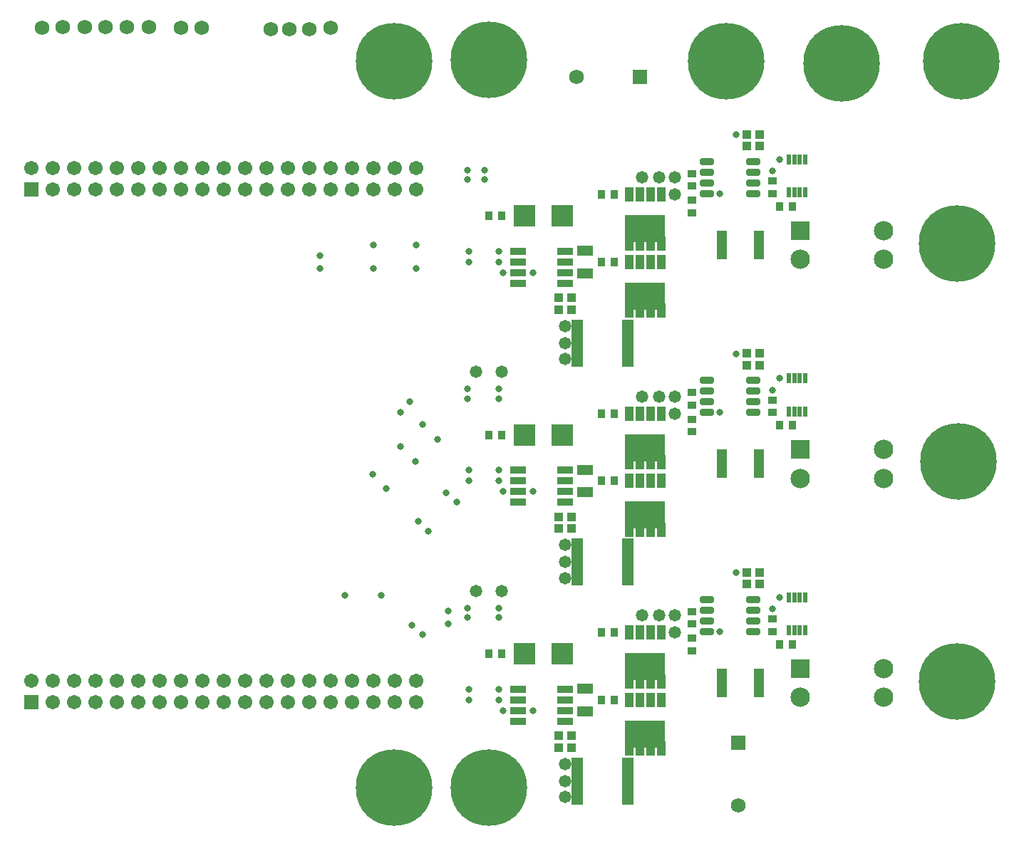
<source format=gts>
G04*
G04 #@! TF.GenerationSoftware,Altium Limited,Altium Designer,19.1.7 (138)*
G04*
G04 Layer_Color=8388736*
%FSLAX25Y25*%
%MOIN*%
G70*
G01*
G75*
%ADD15R,0.03556X0.04343*%
%ADD16R,0.03950X0.07099*%
%ADD17R,0.18800X0.12611*%
%ADD18R,0.07690X0.03359*%
%ADD19R,0.09855X0.09855*%
%ADD20R,0.07493X0.05131*%
%ADD21R,0.04343X0.03950*%
%ADD22R,0.05328X0.22453*%
%ADD23R,0.02178X0.04698*%
G04:AMPARAMS|DCode=24|XSize=31.62mil|YSize=65.09mil|CornerRadius=6.01mil|HoleSize=0mil|Usage=FLASHONLY|Rotation=90.000|XOffset=0mil|YOffset=0mil|HoleType=Round|Shape=RoundedRectangle|*
%AMROUNDEDRECTD24*
21,1,0.03162,0.05307,0,0,90.0*
21,1,0.01961,0.06509,0,0,90.0*
1,1,0.01202,0.02653,0.00980*
1,1,0.01202,0.02653,-0.00980*
1,1,0.01202,-0.02653,-0.00980*
1,1,0.01202,-0.02653,0.00980*
%
%ADD24ROUNDEDRECTD24*%
%ADD25R,0.04343X0.03556*%
%ADD26R,0.04737X0.13398*%
%ADD27C,0.06800*%
%ADD28R,0.06800X0.06800*%
%ADD29R,0.06800X0.06800*%
%ADD30C,0.06706*%
%ADD31R,0.06706X0.06706*%
%ADD32C,0.09068*%
%ADD33R,0.09068X0.09068*%
%ADD34C,0.35800*%
%ADD35C,0.03200*%
%ADD36C,0.05800*%
D15*
X379547Y300500D02*
D03*
X385453D02*
D03*
X379547Y269000D02*
D03*
X385453D02*
D03*
X327047Y290500D02*
D03*
X332953D02*
D03*
X463047Y295000D02*
D03*
X468953D02*
D03*
X385453Y403000D02*
D03*
X379547D02*
D03*
X385453Y371500D02*
D03*
X379547D02*
D03*
X332953Y393000D02*
D03*
X327047D02*
D03*
X463047Y397500D02*
D03*
X468953D02*
D03*
Y192500D02*
D03*
X463047D02*
D03*
X379547Y166500D02*
D03*
X385453D02*
D03*
X379547Y198000D02*
D03*
X385453D02*
D03*
X327047Y188000D02*
D03*
X332953D02*
D03*
D16*
X407500Y300500D02*
D03*
X402500D02*
D03*
X397500D02*
D03*
X392500D02*
D03*
X407500Y277665D02*
D03*
X402500D02*
D03*
X397500D02*
D03*
X392500D02*
D03*
X407500Y269000D02*
D03*
X402500D02*
D03*
X397500D02*
D03*
X392500D02*
D03*
X407500Y246165D02*
D03*
X402500D02*
D03*
X397500D02*
D03*
X392500D02*
D03*
Y380165D02*
D03*
X397500D02*
D03*
X402500D02*
D03*
X407500D02*
D03*
X392500Y403000D02*
D03*
X397500D02*
D03*
X402500D02*
D03*
X407500D02*
D03*
X392500Y348665D02*
D03*
X397500D02*
D03*
X402500D02*
D03*
X407500D02*
D03*
X392500Y371500D02*
D03*
X397500D02*
D03*
X402500D02*
D03*
X407500D02*
D03*
Y166500D02*
D03*
X402500D02*
D03*
X397500D02*
D03*
X392500D02*
D03*
X407500Y143665D02*
D03*
X402500D02*
D03*
X397500D02*
D03*
X392500D02*
D03*
X407500Y198000D02*
D03*
X402500D02*
D03*
X397500D02*
D03*
X392500D02*
D03*
X407500Y175165D02*
D03*
X402500D02*
D03*
X397500D02*
D03*
X392500D02*
D03*
D17*
X400000Y284500D02*
D03*
Y253000D02*
D03*
Y387000D02*
D03*
Y355500D02*
D03*
Y150500D02*
D03*
Y182000D02*
D03*
D18*
X340453Y274000D02*
D03*
Y269000D02*
D03*
Y264000D02*
D03*
Y259000D02*
D03*
X362500Y274000D02*
D03*
Y269000D02*
D03*
Y264000D02*
D03*
Y259000D02*
D03*
Y361500D02*
D03*
Y366500D02*
D03*
Y371500D02*
D03*
Y376500D02*
D03*
X340453Y361500D02*
D03*
Y366500D02*
D03*
Y371500D02*
D03*
Y376500D02*
D03*
Y171500D02*
D03*
Y166500D02*
D03*
Y161500D02*
D03*
Y156500D02*
D03*
X362500Y171500D02*
D03*
Y166500D02*
D03*
Y161500D02*
D03*
Y156500D02*
D03*
D19*
X361358Y290500D02*
D03*
X343642D02*
D03*
Y393000D02*
D03*
X361358D02*
D03*
Y188000D02*
D03*
X343642D02*
D03*
D20*
X372000Y274315D02*
D03*
Y263685D02*
D03*
Y366185D02*
D03*
Y376815D02*
D03*
Y171815D02*
D03*
Y161185D02*
D03*
D21*
X359500Y252256D02*
D03*
Y246744D02*
D03*
X365500Y252256D02*
D03*
Y246744D02*
D03*
X453500Y328756D02*
D03*
Y323244D02*
D03*
X447500Y328756D02*
D03*
Y323244D02*
D03*
X359500Y349244D02*
D03*
Y354756D02*
D03*
X365500Y349244D02*
D03*
Y354756D02*
D03*
X453500Y431256D02*
D03*
Y425744D02*
D03*
X447500Y431256D02*
D03*
Y425744D02*
D03*
Y220744D02*
D03*
Y226256D02*
D03*
X453500Y220744D02*
D03*
Y226256D02*
D03*
X365500Y149756D02*
D03*
Y144244D02*
D03*
X359500Y149756D02*
D03*
Y144244D02*
D03*
D22*
X368091Y231000D02*
D03*
X391910D02*
D03*
X368091Y333500D02*
D03*
X391910D02*
D03*
Y128500D02*
D03*
X368091D02*
D03*
D23*
X467213Y301500D02*
D03*
X469772D02*
D03*
X472331D02*
D03*
X474890D02*
D03*
X467213Y317051D02*
D03*
X469772D02*
D03*
X472331D02*
D03*
X474890D02*
D03*
X467213Y404000D02*
D03*
X469772D02*
D03*
X472331D02*
D03*
X474890D02*
D03*
X467213Y419551D02*
D03*
X469772D02*
D03*
X472331D02*
D03*
X474890D02*
D03*
Y214551D02*
D03*
X472331D02*
D03*
X469772D02*
D03*
X467213D02*
D03*
X474890Y199000D02*
D03*
X472331D02*
D03*
X469772D02*
D03*
X467213D02*
D03*
D24*
X429043Y316000D02*
D03*
Y311000D02*
D03*
Y306000D02*
D03*
Y301000D02*
D03*
X450500Y316000D02*
D03*
Y311000D02*
D03*
Y306000D02*
D03*
Y301000D02*
D03*
X429043Y418500D02*
D03*
Y413500D02*
D03*
Y408500D02*
D03*
Y403500D02*
D03*
X450500Y418500D02*
D03*
Y413500D02*
D03*
Y408500D02*
D03*
Y403500D02*
D03*
Y198500D02*
D03*
Y203500D02*
D03*
Y208500D02*
D03*
Y213500D02*
D03*
X429043Y198500D02*
D03*
Y203500D02*
D03*
Y208500D02*
D03*
Y213500D02*
D03*
D25*
X422000Y304547D02*
D03*
Y310453D02*
D03*
Y292047D02*
D03*
Y297953D02*
D03*
X459500Y301047D02*
D03*
Y306953D02*
D03*
X422000Y407047D02*
D03*
Y412953D02*
D03*
Y394547D02*
D03*
Y400453D02*
D03*
X459500Y403547D02*
D03*
Y409453D02*
D03*
Y204453D02*
D03*
Y198547D02*
D03*
X422000Y207953D02*
D03*
Y202047D02*
D03*
Y195453D02*
D03*
Y189547D02*
D03*
D26*
X435839Y277000D02*
D03*
X453161D02*
D03*
X435839Y379500D02*
D03*
X453161D02*
D03*
Y174500D02*
D03*
X435839D02*
D03*
D27*
X443500Y117000D02*
D03*
X368000Y458000D02*
D03*
X225000Y480500D02*
D03*
X233500D02*
D03*
X192500Y481000D02*
D03*
X157500Y481500D02*
D03*
X147500D02*
D03*
X127500D02*
D03*
X253000Y481000D02*
D03*
X243000Y480500D02*
D03*
X183000Y481000D02*
D03*
X168000Y481500D02*
D03*
X138000D02*
D03*
X118000Y481000D02*
D03*
D28*
X443500Y146500D02*
D03*
D29*
X397500Y458000D02*
D03*
D30*
X293000Y415500D02*
D03*
Y405500D02*
D03*
X283000Y415500D02*
D03*
Y405500D02*
D03*
X273000Y415500D02*
D03*
Y405500D02*
D03*
X263000Y415500D02*
D03*
Y405500D02*
D03*
X253000Y415500D02*
D03*
Y405500D02*
D03*
X243000Y415500D02*
D03*
Y405500D02*
D03*
X233000Y415500D02*
D03*
Y405500D02*
D03*
X223000Y415500D02*
D03*
Y405500D02*
D03*
X213000Y415500D02*
D03*
Y405500D02*
D03*
X203000Y415500D02*
D03*
Y405500D02*
D03*
X193000Y415500D02*
D03*
Y405500D02*
D03*
X183000Y415500D02*
D03*
Y405500D02*
D03*
X173000Y415500D02*
D03*
Y405500D02*
D03*
X163000Y415500D02*
D03*
Y405500D02*
D03*
X153000Y415500D02*
D03*
Y405500D02*
D03*
X143000Y415500D02*
D03*
Y405500D02*
D03*
X133000Y415500D02*
D03*
Y405500D02*
D03*
X123000Y415500D02*
D03*
Y405500D02*
D03*
X113000Y415500D02*
D03*
X293000Y175500D02*
D03*
Y165500D02*
D03*
X283000Y175500D02*
D03*
Y165500D02*
D03*
X273000Y175500D02*
D03*
Y165500D02*
D03*
X263000Y175500D02*
D03*
Y165500D02*
D03*
X253000Y175500D02*
D03*
Y165500D02*
D03*
X243000Y175500D02*
D03*
Y165500D02*
D03*
X233000Y175500D02*
D03*
Y165500D02*
D03*
X223000Y175500D02*
D03*
Y165500D02*
D03*
X213000Y175500D02*
D03*
Y165500D02*
D03*
X203000Y175500D02*
D03*
Y165500D02*
D03*
X193000Y175500D02*
D03*
Y165500D02*
D03*
X183000Y175500D02*
D03*
Y165500D02*
D03*
X173000Y175500D02*
D03*
Y165500D02*
D03*
X163000Y175500D02*
D03*
Y165500D02*
D03*
X153000Y175500D02*
D03*
Y165500D02*
D03*
X143000Y175500D02*
D03*
Y165500D02*
D03*
X133000Y175500D02*
D03*
Y165500D02*
D03*
X123000Y175500D02*
D03*
Y165500D02*
D03*
X113000Y175500D02*
D03*
D31*
Y405500D02*
D03*
Y165500D02*
D03*
D32*
X472512Y270307D02*
D03*
X511488D02*
D03*
Y283693D02*
D03*
X472512Y372807D02*
D03*
X511488D02*
D03*
Y386193D02*
D03*
Y181193D02*
D03*
Y167807D02*
D03*
X472512D02*
D03*
D33*
Y283693D02*
D03*
Y386193D02*
D03*
Y181193D02*
D03*
D34*
X438000Y465500D02*
D03*
X282500Y125500D02*
D03*
X327000Y466000D02*
D03*
Y125500D02*
D03*
X282500Y465500D02*
D03*
X546000Y380000D02*
D03*
X492000Y464500D02*
D03*
X548000Y465500D02*
D03*
X546000Y175000D02*
D03*
X546500Y278000D02*
D03*
D35*
X325000Y410000D02*
D03*
Y414500D02*
D03*
X293000Y379500D02*
D03*
Y368500D02*
D03*
X290000Y306000D02*
D03*
X285500Y301000D02*
D03*
Y285000D02*
D03*
X292500Y278000D02*
D03*
X307000Y263500D02*
D03*
X312000Y259000D02*
D03*
X259500Y215500D02*
D03*
X276500D02*
D03*
X294000Y250000D02*
D03*
X291000Y201500D02*
D03*
X296000Y197000D02*
D03*
X308000Y202000D02*
D03*
Y208000D02*
D03*
X298500Y245500D02*
D03*
X317000Y205000D02*
D03*
Y209500D02*
D03*
X279000Y265500D02*
D03*
X272500Y272000D02*
D03*
X248000Y368500D02*
D03*
Y374500D02*
D03*
X296000Y295500D02*
D03*
X303000Y288500D02*
D03*
X273000Y368500D02*
D03*
Y379500D02*
D03*
X317500Y171500D02*
D03*
Y166500D02*
D03*
X331500Y171500D02*
D03*
Y166500D02*
D03*
Y205000D02*
D03*
Y209500D02*
D03*
X317000Y307500D02*
D03*
X331500D02*
D03*
Y312000D02*
D03*
X317000D02*
D03*
Y414500D02*
D03*
Y410000D02*
D03*
X317500Y269000D02*
D03*
Y274000D02*
D03*
X331500Y376500D02*
D03*
Y371500D02*
D03*
X317500Y376500D02*
D03*
Y371500D02*
D03*
X331500Y274000D02*
D03*
Y269000D02*
D03*
X442500Y431000D02*
D03*
X459500Y414000D02*
D03*
X434772Y403500D02*
D03*
X463000Y419500D02*
D03*
X442500Y328500D02*
D03*
X459500Y311500D02*
D03*
X434772Y301000D02*
D03*
X463000Y317000D02*
D03*
X347500Y366500D02*
D03*
X333500D02*
D03*
X347500Y264000D02*
D03*
X333500D02*
D03*
X442500Y226000D02*
D03*
X459500Y209000D02*
D03*
X434772Y198500D02*
D03*
X463000Y214500D02*
D03*
X333500Y161500D02*
D03*
X347500D02*
D03*
D36*
X333000Y217500D02*
D03*
X321000D02*
D03*
X333000Y320000D02*
D03*
X321000D02*
D03*
X406500Y411000D02*
D03*
X398500D02*
D03*
X414000D02*
D03*
Y403000D02*
D03*
X362500Y341500D02*
D03*
Y326000D02*
D03*
Y333500D02*
D03*
X414000Y308500D02*
D03*
Y300500D02*
D03*
X406500Y308500D02*
D03*
X398500D02*
D03*
X362500Y239000D02*
D03*
Y223500D02*
D03*
Y231000D02*
D03*
Y121000D02*
D03*
Y136500D02*
D03*
X414000Y198000D02*
D03*
X398500Y206000D02*
D03*
X414000D02*
D03*
X406500D02*
D03*
X362500Y128500D02*
D03*
M02*

</source>
